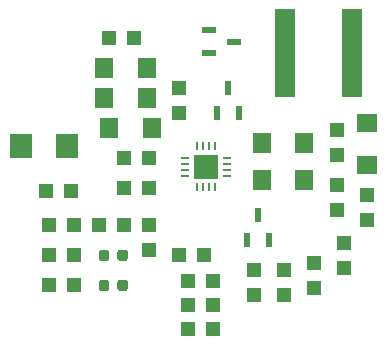
<source format=gbr>
G04 #@! TF.GenerationSoftware,KiCad,Pcbnew,(5.0.1-3-g963ef8bb5)*
G04 #@! TF.CreationDate,2018-11-04T00:53:12-04:00*
G04 #@! TF.ProjectId,Solar LiPo Charger,536F6C6172204C69506F204368617267,1A*
G04 #@! TF.SameCoordinates,Original*
G04 #@! TF.FileFunction,Paste,Top*
G04 #@! TF.FilePolarity,Positive*
%FSLAX46Y46*%
G04 Gerber Fmt 4.6, Leading zero omitted, Abs format (unit mm)*
G04 Created by KiCad (PCBNEW (5.0.1-3-g963ef8bb5)) date Sunday, November 04, 2018 at 12:53:12 AM*
%MOMM*%
%LPD*%
G01*
G04 APERTURE LIST*
%ADD10R,1.500000X1.800000*%
%ADD11R,1.200000X1.200000*%
%ADD12R,1.955800X2.159000*%
%ADD13C,0.100000*%
%ADD14C,0.875000*%
%ADD15R,0.600000X1.300000*%
%ADD16R,1.790700X7.493000*%
%ADD17R,1.800000X1.500000*%
%ADD18R,0.800000X0.280000*%
%ADD19R,0.280000X0.800000*%
%ADD20R,2.140000X2.140000*%
%ADD21R,1.300000X0.600000*%
G04 APERTURE END LIST*
D10*
G04 #@! TO.C,C1*
X122384000Y-81280000D03*
X125984000Y-81280000D03*
G04 #@! TD*
D11*
G04 #@! TO.C,C2*
X125730000Y-83820000D03*
X123630000Y-83820000D03*
G04 #@! TD*
G04 #@! TO.C,C3*
X124460000Y-73660000D03*
X122360000Y-73660000D03*
G04 #@! TD*
D10*
G04 #@! TO.C,C4*
X121920000Y-76200000D03*
X125520000Y-76200000D03*
G04 #@! TD*
G04 #@! TO.C,C5*
X125520000Y-78740000D03*
X121920000Y-78740000D03*
G04 #@! TD*
D11*
G04 #@! TO.C,C6*
X125730000Y-91635000D03*
X125730000Y-89535000D03*
G04 #@! TD*
G04 #@! TO.C,C7*
X130370000Y-92075000D03*
X128270000Y-92075000D03*
G04 #@! TD*
G04 #@! TO.C,C8*
X134620000Y-93345000D03*
X134620000Y-95445000D03*
G04 #@! TD*
G04 #@! TO.C,C9*
X137160000Y-95445000D03*
X137160000Y-93345000D03*
G04 #@! TD*
G04 #@! TO.C,C10*
X139700000Y-94810000D03*
X139700000Y-92710000D03*
G04 #@! TD*
G04 #@! TO.C,C11*
X142240000Y-93125000D03*
X142240000Y-91025000D03*
G04 #@! TD*
D10*
G04 #@! TO.C,C12*
X138855000Y-82550000D03*
X135255000Y-82550000D03*
G04 #@! TD*
G04 #@! TO.C,C13*
X135255000Y-85725000D03*
X138855000Y-85725000D03*
G04 #@! TD*
D11*
G04 #@! TO.C,C14*
X141605000Y-81500000D03*
X141605000Y-83600000D03*
G04 #@! TD*
D12*
G04 #@! TO.C,D1*
X118808500Y-82804000D03*
X114871500Y-82804000D03*
G04 #@! TD*
D13*
G04 #@! TO.C,D2*
G36*
X122160191Y-91601053D02*
X122181426Y-91604203D01*
X122202250Y-91609419D01*
X122222462Y-91616651D01*
X122241868Y-91625830D01*
X122260281Y-91636866D01*
X122277524Y-91649654D01*
X122293430Y-91664070D01*
X122307846Y-91679976D01*
X122320634Y-91697219D01*
X122331670Y-91715632D01*
X122340849Y-91735038D01*
X122348081Y-91755250D01*
X122353297Y-91776074D01*
X122356447Y-91797309D01*
X122357500Y-91818750D01*
X122357500Y-92331250D01*
X122356447Y-92352691D01*
X122353297Y-92373926D01*
X122348081Y-92394750D01*
X122340849Y-92414962D01*
X122331670Y-92434368D01*
X122320634Y-92452781D01*
X122307846Y-92470024D01*
X122293430Y-92485930D01*
X122277524Y-92500346D01*
X122260281Y-92513134D01*
X122241868Y-92524170D01*
X122222462Y-92533349D01*
X122202250Y-92540581D01*
X122181426Y-92545797D01*
X122160191Y-92548947D01*
X122138750Y-92550000D01*
X121701250Y-92550000D01*
X121679809Y-92548947D01*
X121658574Y-92545797D01*
X121637750Y-92540581D01*
X121617538Y-92533349D01*
X121598132Y-92524170D01*
X121579719Y-92513134D01*
X121562476Y-92500346D01*
X121546570Y-92485930D01*
X121532154Y-92470024D01*
X121519366Y-92452781D01*
X121508330Y-92434368D01*
X121499151Y-92414962D01*
X121491919Y-92394750D01*
X121486703Y-92373926D01*
X121483553Y-92352691D01*
X121482500Y-92331250D01*
X121482500Y-91818750D01*
X121483553Y-91797309D01*
X121486703Y-91776074D01*
X121491919Y-91755250D01*
X121499151Y-91735038D01*
X121508330Y-91715632D01*
X121519366Y-91697219D01*
X121532154Y-91679976D01*
X121546570Y-91664070D01*
X121562476Y-91649654D01*
X121579719Y-91636866D01*
X121598132Y-91625830D01*
X121617538Y-91616651D01*
X121637750Y-91609419D01*
X121658574Y-91604203D01*
X121679809Y-91601053D01*
X121701250Y-91600000D01*
X122138750Y-91600000D01*
X122160191Y-91601053D01*
X122160191Y-91601053D01*
G37*
D14*
X121920000Y-92075000D03*
D13*
G36*
X123735191Y-91601053D02*
X123756426Y-91604203D01*
X123777250Y-91609419D01*
X123797462Y-91616651D01*
X123816868Y-91625830D01*
X123835281Y-91636866D01*
X123852524Y-91649654D01*
X123868430Y-91664070D01*
X123882846Y-91679976D01*
X123895634Y-91697219D01*
X123906670Y-91715632D01*
X123915849Y-91735038D01*
X123923081Y-91755250D01*
X123928297Y-91776074D01*
X123931447Y-91797309D01*
X123932500Y-91818750D01*
X123932500Y-92331250D01*
X123931447Y-92352691D01*
X123928297Y-92373926D01*
X123923081Y-92394750D01*
X123915849Y-92414962D01*
X123906670Y-92434368D01*
X123895634Y-92452781D01*
X123882846Y-92470024D01*
X123868430Y-92485930D01*
X123852524Y-92500346D01*
X123835281Y-92513134D01*
X123816868Y-92524170D01*
X123797462Y-92533349D01*
X123777250Y-92540581D01*
X123756426Y-92545797D01*
X123735191Y-92548947D01*
X123713750Y-92550000D01*
X123276250Y-92550000D01*
X123254809Y-92548947D01*
X123233574Y-92545797D01*
X123212750Y-92540581D01*
X123192538Y-92533349D01*
X123173132Y-92524170D01*
X123154719Y-92513134D01*
X123137476Y-92500346D01*
X123121570Y-92485930D01*
X123107154Y-92470024D01*
X123094366Y-92452781D01*
X123083330Y-92434368D01*
X123074151Y-92414962D01*
X123066919Y-92394750D01*
X123061703Y-92373926D01*
X123058553Y-92352691D01*
X123057500Y-92331250D01*
X123057500Y-91818750D01*
X123058553Y-91797309D01*
X123061703Y-91776074D01*
X123066919Y-91755250D01*
X123074151Y-91735038D01*
X123083330Y-91715632D01*
X123094366Y-91697219D01*
X123107154Y-91679976D01*
X123121570Y-91664070D01*
X123137476Y-91649654D01*
X123154719Y-91636866D01*
X123173132Y-91625830D01*
X123192538Y-91616651D01*
X123212750Y-91609419D01*
X123233574Y-91604203D01*
X123254809Y-91601053D01*
X123276250Y-91600000D01*
X123713750Y-91600000D01*
X123735191Y-91601053D01*
X123735191Y-91601053D01*
G37*
D14*
X123495000Y-92075000D03*
G04 #@! TD*
D13*
G04 #@! TO.C,D3*
G36*
X123735191Y-94141053D02*
X123756426Y-94144203D01*
X123777250Y-94149419D01*
X123797462Y-94156651D01*
X123816868Y-94165830D01*
X123835281Y-94176866D01*
X123852524Y-94189654D01*
X123868430Y-94204070D01*
X123882846Y-94219976D01*
X123895634Y-94237219D01*
X123906670Y-94255632D01*
X123915849Y-94275038D01*
X123923081Y-94295250D01*
X123928297Y-94316074D01*
X123931447Y-94337309D01*
X123932500Y-94358750D01*
X123932500Y-94871250D01*
X123931447Y-94892691D01*
X123928297Y-94913926D01*
X123923081Y-94934750D01*
X123915849Y-94954962D01*
X123906670Y-94974368D01*
X123895634Y-94992781D01*
X123882846Y-95010024D01*
X123868430Y-95025930D01*
X123852524Y-95040346D01*
X123835281Y-95053134D01*
X123816868Y-95064170D01*
X123797462Y-95073349D01*
X123777250Y-95080581D01*
X123756426Y-95085797D01*
X123735191Y-95088947D01*
X123713750Y-95090000D01*
X123276250Y-95090000D01*
X123254809Y-95088947D01*
X123233574Y-95085797D01*
X123212750Y-95080581D01*
X123192538Y-95073349D01*
X123173132Y-95064170D01*
X123154719Y-95053134D01*
X123137476Y-95040346D01*
X123121570Y-95025930D01*
X123107154Y-95010024D01*
X123094366Y-94992781D01*
X123083330Y-94974368D01*
X123074151Y-94954962D01*
X123066919Y-94934750D01*
X123061703Y-94913926D01*
X123058553Y-94892691D01*
X123057500Y-94871250D01*
X123057500Y-94358750D01*
X123058553Y-94337309D01*
X123061703Y-94316074D01*
X123066919Y-94295250D01*
X123074151Y-94275038D01*
X123083330Y-94255632D01*
X123094366Y-94237219D01*
X123107154Y-94219976D01*
X123121570Y-94204070D01*
X123137476Y-94189654D01*
X123154719Y-94176866D01*
X123173132Y-94165830D01*
X123192538Y-94156651D01*
X123212750Y-94149419D01*
X123233574Y-94144203D01*
X123254809Y-94141053D01*
X123276250Y-94140000D01*
X123713750Y-94140000D01*
X123735191Y-94141053D01*
X123735191Y-94141053D01*
G37*
D14*
X123495000Y-94615000D03*
D13*
G36*
X122160191Y-94141053D02*
X122181426Y-94144203D01*
X122202250Y-94149419D01*
X122222462Y-94156651D01*
X122241868Y-94165830D01*
X122260281Y-94176866D01*
X122277524Y-94189654D01*
X122293430Y-94204070D01*
X122307846Y-94219976D01*
X122320634Y-94237219D01*
X122331670Y-94255632D01*
X122340849Y-94275038D01*
X122348081Y-94295250D01*
X122353297Y-94316074D01*
X122356447Y-94337309D01*
X122357500Y-94358750D01*
X122357500Y-94871250D01*
X122356447Y-94892691D01*
X122353297Y-94913926D01*
X122348081Y-94934750D01*
X122340849Y-94954962D01*
X122331670Y-94974368D01*
X122320634Y-94992781D01*
X122307846Y-95010024D01*
X122293430Y-95025930D01*
X122277524Y-95040346D01*
X122260281Y-95053134D01*
X122241868Y-95064170D01*
X122222462Y-95073349D01*
X122202250Y-95080581D01*
X122181426Y-95085797D01*
X122160191Y-95088947D01*
X122138750Y-95090000D01*
X121701250Y-95090000D01*
X121679809Y-95088947D01*
X121658574Y-95085797D01*
X121637750Y-95080581D01*
X121617538Y-95073349D01*
X121598132Y-95064170D01*
X121579719Y-95053134D01*
X121562476Y-95040346D01*
X121546570Y-95025930D01*
X121532154Y-95010024D01*
X121519366Y-94992781D01*
X121508330Y-94974368D01*
X121499151Y-94954962D01*
X121491919Y-94934750D01*
X121486703Y-94913926D01*
X121483553Y-94892691D01*
X121482500Y-94871250D01*
X121482500Y-94358750D01*
X121483553Y-94337309D01*
X121486703Y-94316074D01*
X121491919Y-94295250D01*
X121499151Y-94275038D01*
X121508330Y-94255632D01*
X121519366Y-94237219D01*
X121532154Y-94219976D01*
X121546570Y-94204070D01*
X121562476Y-94189654D01*
X121579719Y-94176866D01*
X121598132Y-94165830D01*
X121617538Y-94156651D01*
X121637750Y-94149419D01*
X121658574Y-94144203D01*
X121679809Y-94141053D01*
X121701250Y-94140000D01*
X122138750Y-94140000D01*
X122160191Y-94141053D01*
X122160191Y-94141053D01*
G37*
D14*
X121920000Y-94615000D03*
G04 #@! TD*
D15*
G04 #@! TO.C,D4*
X134940000Y-88705000D03*
X135890000Y-90805000D03*
X133990000Y-90805000D03*
G04 #@! TD*
D16*
G04 #@! TO.C,L1*
X137274300Y-74930000D03*
X142875000Y-74930000D03*
G04 #@! TD*
D11*
G04 #@! TO.C,R1*
X119126000Y-86614000D03*
X117026000Y-86614000D03*
G04 #@! TD*
G04 #@! TO.C,R2*
X119380000Y-89535000D03*
X117280000Y-89535000D03*
G04 #@! TD*
G04 #@! TO.C,R3*
X121505000Y-89535000D03*
X123605000Y-89535000D03*
G04 #@! TD*
G04 #@! TO.C,R4*
X125730000Y-86360000D03*
X123630000Y-86360000D03*
G04 #@! TD*
G04 #@! TO.C,R5*
X119380000Y-92075000D03*
X117280000Y-92075000D03*
G04 #@! TD*
G04 #@! TO.C,R6*
X117280000Y-94615000D03*
X119380000Y-94615000D03*
G04 #@! TD*
G04 #@! TO.C,R7*
X128270000Y-80010000D03*
X128270000Y-77910000D03*
G04 #@! TD*
G04 #@! TO.C,R8*
X131132000Y-94234000D03*
X129032000Y-94234000D03*
G04 #@! TD*
G04 #@! TO.C,R9*
X131132000Y-96266000D03*
X129032000Y-96266000D03*
G04 #@! TD*
G04 #@! TO.C,R10*
X129032000Y-98298000D03*
X131132000Y-98298000D03*
G04 #@! TD*
D17*
G04 #@! TO.C,R11*
X144145000Y-80855000D03*
X144145000Y-84455000D03*
G04 #@! TD*
D11*
G04 #@! TO.C,R12*
X141605000Y-88265000D03*
X141605000Y-86165000D03*
G04 #@! TD*
G04 #@! TO.C,R13*
X144145000Y-86995000D03*
X144145000Y-89095000D03*
G04 #@! TD*
D18*
G04 #@! TO.C,U1*
X128805998Y-83831999D03*
X128805998Y-84332000D03*
X128805998Y-84832000D03*
X128805998Y-85332001D03*
D19*
X129805811Y-86332002D03*
X130305937Y-86332002D03*
X130806063Y-86332002D03*
X131306189Y-86332002D03*
D18*
X132306002Y-85332001D03*
X132306002Y-84832000D03*
X132306002Y-84332000D03*
X132306002Y-83831999D03*
D19*
X131306189Y-82831998D03*
X130806063Y-82831998D03*
X130305937Y-82831998D03*
X129805811Y-82831998D03*
D20*
X130556000Y-84582000D03*
G04 #@! TD*
D21*
G04 #@! TO.C,Q1*
X132910000Y-73980000D03*
X130810000Y-74930000D03*
X130810000Y-73030000D03*
G04 #@! TD*
D15*
G04 #@! TO.C,Q2*
X131450000Y-80010000D03*
X133350000Y-80010000D03*
X132400000Y-77910000D03*
G04 #@! TD*
M02*

</source>
